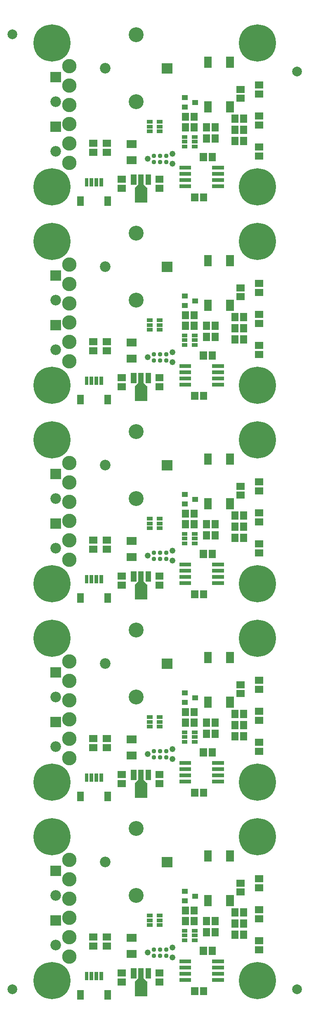
<source format=gbr>
G04 start of page 7 for group -4063 idx -4063 *
G04 Title: (unknown), componentmask *
G04 Creator: pcb 4.0.2 *
G04 CreationDate: Sun Oct 16 03:19:17 2022 UTC *
G04 For: ndholmes *
G04 Format: Gerber/RS-274X *
G04 PCB-Dimensions (mil): 3000.00 8100.00 *
G04 PCB-Coordinate-Origin: lower left *
%MOIN*%
%FSLAX25Y25*%
%LNTOPMASK*%
%ADD64C,0.0370*%
%ADD63C,0.1200*%
%ADD62C,0.0001*%
%ADD61C,0.0860*%
%ADD60C,0.1160*%
%ADD59C,0.2997*%
%ADD58C,0.0490*%
%ADD57C,0.0787*%
G54D57*X35000Y20000D03*
X265000D03*
G54D58*X144500Y49500D03*
X164500Y53500D03*
Y45500D03*
G54D59*X233000Y27000D03*
X67000D03*
G54D60*X81000Y46300D03*
G54D61*X70000Y215500D03*
G54D62*G36*
X65700Y79800D02*Y71200D01*
X74300D01*
Y79800D01*
X65700D01*
G37*
G54D61*X70000Y55500D03*
G54D62*G36*
X65700Y119800D02*Y111200D01*
X74300D01*
Y119800D01*
X65700D01*
G37*
G54D61*X70000Y95500D03*
G54D60*X81000Y284300D03*
Y268700D03*
Y253100D03*
Y237500D03*
Y221900D03*
Y124300D03*
Y108700D03*
Y93100D03*
Y77500D03*
Y61900D03*
G54D62*G36*
X65700Y719800D02*Y711200D01*
X74300D01*
Y719800D01*
X65700D01*
G37*
G54D60*X81000Y733100D03*
Y717500D03*
Y701900D03*
G54D58*X144500Y689500D03*
G54D63*X135000Y789500D03*
Y735500D03*
G54D62*G36*
X155700Y606800D02*Y598200D01*
X164300D01*
Y606800D01*
X155700D01*
G37*
G54D63*X135000Y629500D03*
G54D57*X35000Y790000D03*
G54D61*X110000Y762500D03*
G54D59*X67000Y783000D03*
G54D60*X81000Y764300D03*
Y748700D03*
G54D62*G36*
X65700Y759800D02*Y751200D01*
X74300D01*
Y759800D01*
X65700D01*
G37*
G54D61*X70000Y735500D03*
G54D60*X81000Y604300D03*
G54D57*X265000Y760000D03*
G54D62*G36*
X155700Y766800D02*Y758200D01*
X164300D01*
Y766800D01*
X155700D01*
G37*
G54D58*X164500Y693500D03*
G54D59*X233000Y783000D03*
G54D58*X164500Y685500D03*
G54D59*X233000Y667000D03*
Y507000D03*
Y463000D03*
Y623000D03*
Y347000D03*
G54D61*X70000Y695500D03*
G54D59*X67000Y667000D03*
G54D60*X81000Y686300D03*
G54D59*X67000Y623000D03*
G54D60*X81000Y588700D03*
G54D62*G36*
X65700Y599800D02*Y591200D01*
X74300D01*
Y599800D01*
X65700D01*
G37*
G54D61*X70000Y575500D03*
G54D62*G36*
X65700Y559800D02*Y551200D01*
X74300D01*
Y559800D01*
X65700D01*
G37*
G54D61*X70000Y535500D03*
G54D62*G36*
X65700Y439800D02*Y431200D01*
X74300D01*
Y439800D01*
X65700D01*
G37*
G54D61*X70000Y415500D03*
G54D59*X67000Y507000D03*
G54D60*X81000Y573100D03*
Y557500D03*
Y541900D03*
Y526300D03*
G54D59*X67000Y463000D03*
G54D60*X81000Y444300D03*
G54D61*X110000Y602500D03*
G54D58*X144500Y529500D03*
X164500Y533500D03*
G54D63*X135000Y575500D03*
G54D58*X164500Y525500D03*
G54D62*G36*
X155700Y446800D02*Y438200D01*
X164300D01*
Y446800D01*
X155700D01*
G37*
G54D61*X110000Y442500D03*
G54D63*X135000Y469500D03*
Y415500D03*
G54D60*X81000Y428700D03*
Y413100D03*
Y397500D03*
Y381900D03*
G54D62*G36*
X65700Y399800D02*Y391200D01*
X74300D01*
Y399800D01*
X65700D01*
G37*
G54D61*X70000Y375500D03*
G54D62*G36*
X65700Y239800D02*Y231200D01*
X74300D01*
Y239800D01*
X65700D01*
G37*
G36*
Y279800D02*Y271200D01*
X74300D01*
Y279800D01*
X65700D01*
G37*
G54D61*X70000Y255500D03*
G54D58*X144500Y369500D03*
G54D59*X67000Y347000D03*
G54D60*X81000Y366300D03*
G54D59*X67000Y303000D03*
Y187000D03*
G54D60*X81000Y206300D03*
G54D59*X67000Y143000D03*
G54D62*G36*
X155700Y286800D02*Y278200D01*
X164300D01*
Y286800D01*
X155700D01*
G37*
G54D61*X110000Y282500D03*
G54D58*X144500Y209500D03*
G54D63*X135000Y255500D03*
Y309500D03*
G54D58*X164500Y373500D03*
Y365500D03*
G54D62*G36*
X155700Y126800D02*Y118200D01*
X164300D01*
Y126800D01*
X155700D01*
G37*
G54D58*X164500Y213500D03*
Y205500D03*
G54D59*X233000Y187000D03*
Y303000D03*
Y143000D03*
G54D61*X110000Y122500D03*
G54D63*X135000Y149500D03*
Y95500D03*
G54D62*G36*
X231248Y399816D02*Y394098D01*
X237752D01*
Y399816D01*
X231248D01*
G37*
G36*
Y406902D02*Y401184D01*
X237752D01*
Y406902D01*
X231248D01*
G37*
G36*
X196500Y349000D02*Y346000D01*
X206000D01*
Y349000D01*
X196500D01*
G37*
G36*
Y354000D02*Y351000D01*
X206000D01*
Y354000D01*
X196500D01*
G37*
G36*
Y359000D02*Y356000D01*
X206000D01*
Y359000D01*
X196500D01*
G37*
G36*
X217816Y396252D02*X212098D01*
Y389748D01*
X217816D01*
Y396252D01*
G37*
G36*
X224902D02*X219184D01*
Y389748D01*
X224902D01*
Y396252D01*
G37*
G36*
X217816Y387252D02*X212098D01*
Y380748D01*
X217816D01*
Y387252D01*
G37*
G36*
X224902D02*X219184D01*
Y380748D01*
X224902D01*
Y387252D01*
G37*
G36*
X217773Y405252D02*X212055D01*
Y398748D01*
X217773D01*
Y405252D01*
G37*
G36*
X224859D02*X219141D01*
Y398748D01*
X224859D01*
Y405252D01*
G37*
G36*
X170000Y364000D02*Y361000D01*
X179500D01*
Y364000D01*
X170000D01*
G37*
G36*
Y359000D02*Y356000D01*
X179500D01*
Y359000D01*
X170000D01*
G37*
G36*
Y354000D02*Y351000D01*
X179500D01*
Y354000D01*
X170000D01*
G37*
G36*
Y349000D02*Y346000D01*
X179500D01*
Y349000D01*
X170000D01*
G37*
G36*
X192402Y341752D02*X186684D01*
Y335248D01*
X192402D01*
Y341752D01*
G37*
G36*
X185316D02*X179598D01*
Y335248D01*
X185316D01*
Y341752D01*
G37*
G54D64*X149500Y367000D03*
X154500D03*
X159500D03*
X149500Y372000D03*
X154500D03*
X159500D03*
G54D62*G36*
X192316Y374252D02*X186598D01*
Y367748D01*
X192316D01*
Y374252D01*
G37*
G36*
X180200Y381000D02*Y378000D01*
X184800D01*
Y381000D01*
X180200D01*
G37*
G36*
X172000D02*Y378000D01*
X176600D01*
Y381000D01*
X172000D01*
G37*
G36*
X180200Y384900D02*Y381900D01*
X184800D01*
Y384900D01*
X180200D01*
G37*
G36*
Y388800D02*Y385800D01*
X184800D01*
Y388800D01*
X180200D01*
G37*
G36*
X172000D02*Y385800D01*
X176600D01*
Y388800D01*
X172000D01*
G37*
G36*
Y384900D02*Y381900D01*
X176600D01*
Y384900D01*
X172000D01*
G37*
G36*
X177816Y406752D02*X172098D01*
Y400248D01*
X177816D01*
Y406752D01*
G37*
G36*
X184902D02*X179184D01*
Y400248D01*
X184902D01*
Y406752D01*
G37*
G36*
Y398252D02*X179184D01*
Y391748D01*
X184902D01*
Y398252D01*
G37*
G36*
X177816D02*X172098D01*
Y391748D01*
X177816D01*
Y398252D01*
G37*
G36*
X172200Y421000D02*Y417000D01*
X176800D01*
Y421000D01*
X172200D01*
G37*
G36*
Y413200D02*Y409200D01*
X176800D01*
Y413200D01*
X172200D01*
G37*
G36*
X180400Y417100D02*Y413100D01*
X185000D01*
Y417100D01*
X180400D01*
G37*
G36*
X143700Y401000D02*Y398000D01*
X148300D01*
Y401000D01*
X143700D01*
G37*
G36*
Y397100D02*Y394100D01*
X148300D01*
Y397100D01*
X143700D01*
G37*
G36*
Y393200D02*Y390200D01*
X148300D01*
Y393200D01*
X143700D01*
G37*
G36*
X151900D02*Y390200D01*
X156500D01*
Y393200D01*
X151900D01*
G37*
G36*
Y397100D02*Y394100D01*
X156500D01*
Y397100D01*
X151900D01*
G37*
G36*
Y401000D02*Y398000D01*
X156500D01*
Y401000D01*
X151900D01*
G37*
G36*
X127450Y384550D02*Y378450D01*
X135550D01*
Y384550D01*
X127450D01*
G37*
G36*
X108248Y384902D02*Y379184D01*
X114752D01*
Y384902D01*
X108248D01*
G37*
G36*
X97248D02*Y379184D01*
X103752D01*
Y384902D01*
X97248D01*
G37*
G36*
X150748Y355902D02*Y350184D01*
X157252D01*
Y355902D01*
X150748D01*
G37*
G36*
X147096Y357095D02*X142716D01*
Y348621D01*
X147096D01*
Y357095D01*
G37*
G36*
X150748Y348816D02*Y343098D01*
X157252D01*
Y348816D01*
X150748D01*
G37*
G36*
X120248D02*Y343098D01*
X126752D01*
Y348816D01*
X120248D01*
G37*
G36*
Y355902D02*Y350184D01*
X126752D01*
Y355902D01*
X120248D01*
G37*
G36*
X141190Y357095D02*X136810D01*
Y340905D01*
X141190D01*
Y357095D01*
G37*
G36*
X144025Y346386D02*X133975D01*
Y334446D01*
X144025D01*
Y346386D01*
G37*
G36*
X140885Y349350D02*X139041Y347506D01*
X142305Y344242D01*
X144149Y346086D01*
X140885Y349350D01*
G37*
G36*
X138959Y347506D02*X137115Y349350D01*
X133851Y346086D01*
X135695Y344242D01*
X138959Y347506D01*
G37*
G36*
X135284Y357095D02*X130904D01*
Y348621D01*
X135284D01*
Y357095D01*
G37*
G36*
X127450Y371550D02*Y365450D01*
X135550D01*
Y371550D01*
X127450D01*
G37*
G36*
X96599Y354107D02*X93637D01*
Y347405D01*
X96599D01*
Y354107D01*
G37*
G36*
X92662Y339343D02*X87338D01*
Y331657D01*
X92662D01*
Y339343D01*
G37*
G36*
X100536Y354107D02*X97574D01*
Y347405D01*
X100536D01*
Y354107D01*
G37*
G36*
X104473D02*X101511D01*
Y347405D01*
X104473D01*
Y354107D01*
G37*
G36*
X108410D02*X105448D01*
Y347405D01*
X108410D01*
Y354107D01*
G37*
G36*
X114709Y339343D02*X109385D01*
Y331657D01*
X114709D01*
Y339343D01*
G37*
G36*
X108248Y377816D02*Y372098D01*
X114752D01*
Y377816D01*
X108248D01*
G37*
G36*
X97248D02*Y372098D01*
X103752D01*
Y377816D01*
X97248D01*
G37*
G36*
X196500Y364000D02*Y361000D01*
X206000D01*
Y364000D01*
X196500D01*
G37*
G36*
X199402Y374252D02*X193684D01*
Y367748D01*
X199402D01*
Y374252D01*
G37*
G36*
X196150Y416000D02*X190050D01*
Y407100D01*
X196150D01*
Y416000D01*
G37*
G36*
Y451900D02*X190050D01*
Y443000D01*
X196150D01*
Y451900D01*
G37*
G36*
X201902Y398252D02*X196184D01*
Y391748D01*
X201902D01*
Y398252D01*
G37*
G36*
Y389252D02*X196184D01*
Y382748D01*
X201902D01*
Y389252D01*
G37*
G36*
X231248Y424816D02*Y419098D01*
X237752D01*
Y424816D01*
X231248D01*
G37*
G36*
Y431902D02*Y426184D01*
X237752D01*
Y431902D01*
X231248D01*
G37*
G36*
X216248Y421316D02*Y415598D01*
X222752D01*
Y421316D01*
X216248D01*
G37*
G36*
Y428402D02*Y422684D01*
X222752D01*
Y428402D01*
X216248D01*
G37*
G36*
X213950Y416000D02*X207850D01*
Y407100D01*
X213950D01*
Y416000D01*
G37*
G36*
Y451900D02*X207850D01*
Y443000D01*
X213950D01*
Y451900D01*
G37*
G36*
X194816Y398252D02*X189098D01*
Y391748D01*
X194816D01*
Y398252D01*
G37*
G36*
Y389252D02*X189098D01*
Y382748D01*
X194816D01*
Y389252D01*
G37*
G36*
X231248Y374816D02*Y369098D01*
X237752D01*
Y374816D01*
X231248D01*
G37*
G36*
Y381902D02*Y376184D01*
X237752D01*
Y381902D01*
X231248D01*
G37*
G36*
Y239816D02*Y234098D01*
X237752D01*
Y239816D01*
X231248D01*
G37*
G36*
Y246902D02*Y241184D01*
X237752D01*
Y246902D01*
X231248D01*
G37*
G36*
Y264816D02*Y259098D01*
X237752D01*
Y264816D01*
X231248D01*
G37*
G36*
Y271902D02*Y266184D01*
X237752D01*
Y271902D01*
X231248D01*
G37*
G36*
Y214816D02*Y209098D01*
X237752D01*
Y214816D01*
X231248D01*
G37*
G36*
Y221902D02*Y216184D01*
X237752D01*
Y221902D01*
X231248D01*
G37*
G36*
Y79816D02*Y74098D01*
X237752D01*
Y79816D01*
X231248D01*
G37*
G36*
Y54816D02*Y49098D01*
X237752D01*
Y54816D01*
X231248D01*
G37*
G36*
Y61902D02*Y56184D01*
X237752D01*
Y61902D01*
X231248D01*
G37*
G36*
Y86902D02*Y81184D01*
X237752D01*
Y86902D01*
X231248D01*
G37*
G36*
Y104816D02*Y99098D01*
X237752D01*
Y104816D01*
X231248D01*
G37*
G36*
Y111902D02*Y106184D01*
X237752D01*
Y111902D01*
X231248D01*
G37*
G36*
X196500Y189000D02*Y186000D01*
X206000D01*
Y189000D01*
X196500D01*
G37*
G36*
Y194000D02*Y191000D01*
X206000D01*
Y194000D01*
X196500D01*
G37*
G36*
Y199000D02*Y196000D01*
X206000D01*
Y199000D01*
X196500D01*
G37*
G36*
X192402Y181752D02*X186684D01*
Y175248D01*
X192402D01*
Y181752D01*
G37*
G36*
X196500Y204000D02*Y201000D01*
X206000D01*
Y204000D01*
X196500D01*
G37*
G36*
X201902Y238252D02*X196184D01*
Y231748D01*
X201902D01*
Y238252D01*
G37*
G36*
Y229252D02*X196184D01*
Y222748D01*
X201902D01*
Y229252D01*
G37*
G36*
Y78252D02*X196184D01*
Y71748D01*
X201902D01*
Y78252D01*
G37*
G36*
Y69252D02*X196184D01*
Y62748D01*
X201902D01*
Y69252D01*
G37*
G36*
X192316Y214252D02*X186598D01*
Y207748D01*
X192316D01*
Y214252D01*
G37*
G36*
X199402D02*X193684D01*
Y207748D01*
X199402D01*
Y214252D01*
G37*
G36*
X194816Y229252D02*X189098D01*
Y222748D01*
X194816D01*
Y229252D01*
G37*
G36*
X196150Y291900D02*X190050D01*
Y283000D01*
X196150D01*
Y291900D01*
G37*
G36*
Y96000D02*X190050D01*
Y87100D01*
X196150D01*
Y96000D01*
G37*
G36*
Y131900D02*X190050D01*
Y123000D01*
X196150D01*
Y131900D01*
G37*
G36*
X194816Y78252D02*X189098D01*
Y71748D01*
X194816D01*
Y78252D01*
G37*
G36*
Y69252D02*X189098D01*
Y62748D01*
X194816D01*
Y69252D01*
G37*
G36*
X213950Y291900D02*X207850D01*
Y283000D01*
X213950D01*
Y291900D01*
G37*
G36*
Y96000D02*X207850D01*
Y87100D01*
X213950D01*
Y96000D01*
G37*
G36*
Y131900D02*X207850D01*
Y123000D01*
X213950D01*
Y131900D01*
G37*
G36*
X217816Y227252D02*X212098D01*
Y220748D01*
X217816D01*
Y227252D01*
G37*
G36*
X216248Y261316D02*Y255598D01*
X222752D01*
Y261316D01*
X216248D01*
G37*
G36*
X213950Y256000D02*X207850D01*
Y247100D01*
X213950D01*
Y256000D01*
G37*
G36*
X216248Y268402D02*Y262684D01*
X222752D01*
Y268402D01*
X216248D01*
G37*
G36*
X217816Y236252D02*X212098D01*
Y229748D01*
X217816D01*
Y236252D01*
G37*
G36*
X224902D02*X219184D01*
Y229748D01*
X224902D01*
Y236252D01*
G37*
G36*
Y227252D02*X219184D01*
Y220748D01*
X224902D01*
Y227252D01*
G37*
G36*
X217773Y245252D02*X212055D01*
Y238748D01*
X217773D01*
Y245252D01*
G37*
G36*
X224859D02*X219141D01*
Y238748D01*
X224859D01*
Y245252D01*
G37*
G36*
X217816Y76252D02*X212098D01*
Y69748D01*
X217816D01*
Y76252D01*
G37*
G36*
X224902D02*X219184D01*
Y69748D01*
X224902D01*
Y76252D01*
G37*
G36*
X217816Y67252D02*X212098D01*
Y60748D01*
X217816D01*
Y67252D01*
G37*
G36*
X224902D02*X219184D01*
Y60748D01*
X224902D01*
Y67252D01*
G37*
G36*
X217773Y85252D02*X212055D01*
Y78748D01*
X217773D01*
Y85252D01*
G37*
G36*
X224859D02*X219141D01*
Y78748D01*
X224859D01*
Y85252D01*
G37*
G36*
X177816Y246752D02*X172098D01*
Y240248D01*
X177816D01*
Y246752D01*
G37*
G36*
X184902D02*X179184D01*
Y240248D01*
X184902D01*
Y246752D01*
G37*
G36*
Y238252D02*X179184D01*
Y231748D01*
X184902D01*
Y238252D01*
G37*
G36*
X177816D02*X172098D01*
Y231748D01*
X177816D01*
Y238252D01*
G37*
G36*
X172200Y261000D02*Y257000D01*
X176800D01*
Y261000D01*
X172200D01*
G37*
G36*
Y253200D02*Y249200D01*
X176800D01*
Y253200D01*
X172200D01*
G37*
G36*
X180400Y257100D02*Y253100D01*
X185000D01*
Y257100D01*
X180400D01*
G37*
G36*
X196150Y256000D02*X190050D01*
Y247100D01*
X196150D01*
Y256000D01*
G37*
G36*
X143700Y237100D02*Y234100D01*
X148300D01*
Y237100D01*
X143700D01*
G37*
G36*
Y233200D02*Y230200D01*
X148300D01*
Y233200D01*
X143700D01*
G37*
G36*
X151900D02*Y230200D01*
X156500D01*
Y233200D01*
X151900D01*
G37*
G36*
Y237100D02*Y234100D01*
X156500D01*
Y237100D01*
X151900D01*
G37*
G36*
Y241000D02*Y238000D01*
X156500D01*
Y241000D01*
X151900D01*
G37*
G36*
X194816Y238252D02*X189098D01*
Y231748D01*
X194816D01*
Y238252D01*
G37*
G36*
X170000Y204000D02*Y201000D01*
X179500D01*
Y204000D01*
X170000D01*
G37*
G36*
Y199000D02*Y196000D01*
X179500D01*
Y199000D01*
X170000D01*
G37*
G36*
Y194000D02*Y191000D01*
X179500D01*
Y194000D01*
X170000D01*
G37*
G36*
Y189000D02*Y186000D01*
X179500D01*
Y189000D01*
X170000D01*
G37*
G36*
X185316Y181752D02*X179598D01*
Y175248D01*
X185316D01*
Y181752D01*
G37*
G54D64*X149500Y207000D03*
Y212000D03*
X154500Y207000D03*
Y212000D03*
X159500Y207000D03*
Y212000D03*
G54D62*G36*
X180200Y221000D02*Y218000D01*
X184800D01*
Y221000D01*
X180200D01*
G37*
G36*
X172000D02*Y218000D01*
X176600D01*
Y221000D01*
X172000D01*
G37*
G36*
X180200Y224900D02*Y221900D01*
X184800D01*
Y224900D01*
X180200D01*
G37*
G36*
X172000D02*Y221900D01*
X176600D01*
Y224900D01*
X172000D01*
G37*
G36*
X180200Y228800D02*Y225800D01*
X184800D01*
Y228800D01*
X180200D01*
G37*
G36*
X172000D02*Y225800D01*
X176600D01*
Y228800D01*
X172000D01*
G37*
G36*
X150748Y195902D02*Y190184D01*
X157252D01*
Y195902D01*
X150748D01*
G37*
G36*
X147096Y197095D02*X142716D01*
Y188621D01*
X147096D01*
Y197095D01*
G37*
G36*
X150748Y188816D02*Y183098D01*
X157252D01*
Y188816D01*
X150748D01*
G37*
G36*
X120248Y195902D02*Y190184D01*
X126752D01*
Y195902D01*
X120248D01*
G37*
G36*
Y188816D02*Y183098D01*
X126752D01*
Y188816D01*
X120248D01*
G37*
G36*
X141190Y197095D02*X136810D01*
Y180905D01*
X141190D01*
Y197095D01*
G37*
G36*
X144025Y186386D02*X133975D01*
Y174446D01*
X144025D01*
Y186386D01*
G37*
G36*
X140885Y189350D02*X139041Y187506D01*
X142305Y184242D01*
X144149Y186086D01*
X140885Y189350D01*
G37*
G36*
X138959Y187506D02*X137115Y189350D01*
X133851Y186086D01*
X135695Y184242D01*
X138959Y187506D01*
G37*
G36*
X135284Y197095D02*X130904D01*
Y188621D01*
X135284D01*
Y197095D01*
G37*
G36*
X96599Y194107D02*X93637D01*
Y187405D01*
X96599D01*
Y194107D01*
G37*
G36*
X92662Y179343D02*X87338D01*
Y171657D01*
X92662D01*
Y179343D01*
G37*
G36*
X100536Y194107D02*X97574D01*
Y187405D01*
X100536D01*
Y194107D01*
G37*
G36*
X104473D02*X101511D01*
Y187405D01*
X104473D01*
Y194107D01*
G37*
G36*
X108410D02*X105448D01*
Y187405D01*
X108410D01*
Y194107D01*
G37*
G36*
X114709Y179343D02*X109385D01*
Y171657D01*
X114709D01*
Y179343D01*
G37*
G36*
X143700Y241000D02*Y238000D01*
X148300D01*
Y241000D01*
X143700D01*
G37*
G36*
X127450Y224550D02*Y218450D01*
X135550D01*
Y224550D01*
X127450D01*
G37*
G36*
Y211550D02*Y205450D01*
X135550D01*
Y211550D01*
X127450D01*
G37*
G36*
X108248Y224902D02*Y219184D01*
X114752D01*
Y224902D01*
X108248D01*
G37*
G36*
Y217816D02*Y212098D01*
X114752D01*
Y217816D01*
X108248D01*
G37*
G36*
X97248Y224902D02*Y219184D01*
X103752D01*
Y224902D01*
X97248D01*
G37*
G36*
Y217816D02*Y212098D01*
X103752D01*
Y217816D01*
X97248D01*
G37*
G36*
X196500Y29000D02*Y26000D01*
X206000D01*
Y29000D01*
X196500D01*
G37*
G36*
X192402Y21752D02*X186684D01*
Y15248D01*
X192402D01*
Y21752D01*
G37*
G36*
X185316D02*X179598D01*
Y15248D01*
X185316D01*
Y21752D01*
G37*
G36*
X196500Y34000D02*Y31000D01*
X206000D01*
Y34000D01*
X196500D01*
G37*
G36*
Y39000D02*Y36000D01*
X206000D01*
Y39000D01*
X196500D01*
G37*
G36*
Y44000D02*Y41000D01*
X206000D01*
Y44000D01*
X196500D01*
G37*
G36*
X192316Y54252D02*X186598D01*
Y47748D01*
X192316D01*
Y54252D01*
G37*
G36*
X199402D02*X193684D01*
Y47748D01*
X199402D01*
Y54252D01*
G37*
G36*
X180200Y61000D02*Y58000D01*
X184800D01*
Y61000D01*
X180200D01*
G37*
G36*
Y64900D02*Y61900D01*
X184800D01*
Y64900D01*
X180200D01*
G37*
G36*
Y68800D02*Y65800D01*
X184800D01*
Y68800D01*
X180200D01*
G37*
G36*
X177816Y86752D02*X172098D01*
Y80248D01*
X177816D01*
Y86752D01*
G37*
G36*
X184902D02*X179184D01*
Y80248D01*
X184902D01*
Y86752D01*
G37*
G36*
Y78252D02*X179184D01*
Y71748D01*
X184902D01*
Y78252D01*
G37*
G36*
X177816D02*X172098D01*
Y71748D01*
X177816D01*
Y78252D01*
G37*
G36*
X172000Y68800D02*Y65800D01*
X176600D01*
Y68800D01*
X172000D01*
G37*
G36*
Y64900D02*Y61900D01*
X176600D01*
Y64900D01*
X172000D01*
G37*
G36*
X172200Y101000D02*Y97000D01*
X176800D01*
Y101000D01*
X172200D01*
G37*
G36*
Y93200D02*Y89200D01*
X176800D01*
Y93200D01*
X172200D01*
G37*
G36*
X180400Y97100D02*Y93100D01*
X185000D01*
Y97100D01*
X180400D01*
G37*
G36*
X216248Y101316D02*Y95598D01*
X222752D01*
Y101316D01*
X216248D01*
G37*
G36*
Y108402D02*Y102684D01*
X222752D01*
Y108402D01*
X216248D01*
G37*
G36*
X143700Y77100D02*Y74100D01*
X148300D01*
Y77100D01*
X143700D01*
G37*
G36*
Y73200D02*Y70200D01*
X148300D01*
Y73200D01*
X143700D01*
G37*
G36*
X151900D02*Y70200D01*
X156500D01*
Y73200D01*
X151900D01*
G37*
G36*
Y77100D02*Y74100D01*
X156500D01*
Y77100D01*
X151900D01*
G37*
G36*
Y81000D02*Y78000D01*
X156500D01*
Y81000D01*
X151900D01*
G37*
G36*
X170000Y44000D02*Y41000D01*
X179500D01*
Y44000D01*
X170000D01*
G37*
G36*
Y39000D02*Y36000D01*
X179500D01*
Y39000D01*
X170000D01*
G37*
G36*
Y34000D02*Y31000D01*
X179500D01*
Y34000D01*
X170000D01*
G37*
G36*
Y29000D02*Y26000D01*
X179500D01*
Y29000D01*
X170000D01*
G37*
G54D64*X149500Y47000D03*
Y52000D03*
X154500Y47000D03*
Y52000D03*
X159500Y47000D03*
Y52000D03*
G54D62*G36*
X172000Y61000D02*Y58000D01*
X176600D01*
Y61000D01*
X172000D01*
G37*
G36*
X150748Y35902D02*Y30184D01*
X157252D01*
Y35902D01*
X150748D01*
G37*
G36*
X147096Y37095D02*X142716D01*
Y28621D01*
X147096D01*
Y37095D01*
G37*
G36*
X150748Y28816D02*Y23098D01*
X157252D01*
Y28816D01*
X150748D01*
G37*
G36*
X120248Y35902D02*Y30184D01*
X126752D01*
Y35902D01*
X120248D01*
G37*
G36*
Y28816D02*Y23098D01*
X126752D01*
Y28816D01*
X120248D01*
G37*
G36*
X141190Y37095D02*X136810D01*
Y20905D01*
X141190D01*
Y37095D01*
G37*
G36*
X144025Y26386D02*X133975D01*
Y14446D01*
X144025D01*
Y26386D01*
G37*
G36*
X140885Y29350D02*X139041Y27506D01*
X142305Y24242D01*
X144149Y26086D01*
X140885Y29350D01*
G37*
G36*
X138959Y27506D02*X137115Y29350D01*
X133851Y26086D01*
X135695Y24242D01*
X138959Y27506D01*
G37*
G36*
X135284Y37095D02*X130904D01*
Y28621D01*
X135284D01*
Y37095D01*
G37*
G36*
X96599Y34107D02*X93637D01*
Y27405D01*
X96599D01*
Y34107D01*
G37*
G36*
X100536D02*X97574D01*
Y27405D01*
X100536D01*
Y34107D01*
G37*
G36*
X104473D02*X101511D01*
Y27405D01*
X104473D01*
Y34107D01*
G37*
G36*
X108410D02*X105448D01*
Y27405D01*
X108410D01*
Y34107D01*
G37*
G36*
X92662Y19343D02*X87338D01*
Y11657D01*
X92662D01*
Y19343D01*
G37*
G36*
X114709D02*X109385D01*
Y11657D01*
X114709D01*
Y19343D01*
G37*
G36*
X143700Y81000D02*Y78000D01*
X148300D01*
Y81000D01*
X143700D01*
G37*
G36*
X127450Y64550D02*Y58450D01*
X135550D01*
Y64550D01*
X127450D01*
G37*
G36*
Y51550D02*Y45450D01*
X135550D01*
Y51550D01*
X127450D01*
G37*
G36*
X108248Y64902D02*Y59184D01*
X114752D01*
Y64902D01*
X108248D01*
G37*
G36*
Y57816D02*Y52098D01*
X114752D01*
Y57816D01*
X108248D01*
G37*
G36*
X97248Y64902D02*Y59184D01*
X103752D01*
Y64902D01*
X97248D01*
G37*
G36*
Y57816D02*Y52098D01*
X103752D01*
Y57816D01*
X97248D01*
G37*
G36*
X196500Y669000D02*Y666000D01*
X206000D01*
Y669000D01*
X196500D01*
G37*
G36*
X170000D02*Y666000D01*
X179500D01*
Y669000D01*
X170000D01*
G37*
G36*
X196500Y674000D02*Y671000D01*
X206000D01*
Y674000D01*
X196500D01*
G37*
G36*
X170000D02*Y671000D01*
X179500D01*
Y674000D01*
X170000D01*
G37*
G36*
X196500Y679000D02*Y676000D01*
X206000D01*
Y679000D01*
X196500D01*
G37*
G36*
Y684000D02*Y681000D01*
X206000D01*
Y684000D01*
X196500D01*
G37*
G36*
X170000D02*Y681000D01*
X179500D01*
Y684000D01*
X170000D01*
G37*
G36*
Y679000D02*Y676000D01*
X179500D01*
Y679000D01*
X170000D01*
G37*
G36*
X192402Y661752D02*X186684D01*
Y655248D01*
X192402D01*
Y661752D01*
G37*
G36*
X185316D02*X179598D01*
Y655248D01*
X185316D01*
Y661752D01*
G37*
G36*
X177816Y726752D02*X172098D01*
Y720248D01*
X177816D01*
Y726752D01*
G37*
G36*
X184902D02*X179184D01*
Y720248D01*
X184902D01*
Y726752D01*
G37*
G36*
Y718252D02*X179184D01*
Y711748D01*
X184902D01*
Y718252D01*
G37*
G36*
X177816D02*X172098D01*
Y711748D01*
X177816D01*
Y718252D01*
G37*
G36*
X143700Y721000D02*Y718000D01*
X148300D01*
Y721000D01*
X143700D01*
G37*
G36*
Y717100D02*Y714100D01*
X148300D01*
Y717100D01*
X143700D01*
G37*
G36*
Y713200D02*Y710200D01*
X148300D01*
Y713200D01*
X143700D01*
G37*
G36*
X151900D02*Y710200D01*
X156500D01*
Y713200D01*
X151900D01*
G37*
G36*
Y717100D02*Y714100D01*
X156500D01*
Y717100D01*
X151900D01*
G37*
G36*
Y721000D02*Y718000D01*
X156500D01*
Y721000D01*
X151900D01*
G37*
G36*
X150748Y675902D02*Y670184D01*
X157252D01*
Y675902D01*
X150748D01*
G37*
G36*
X147096Y677095D02*X142716D01*
Y668621D01*
X147096D01*
Y677095D01*
G37*
G36*
X150748Y668816D02*Y663098D01*
X157252D01*
Y668816D01*
X150748D01*
G37*
G36*
X120248Y675902D02*Y670184D01*
X126752D01*
Y675902D01*
X120248D01*
G37*
G36*
Y668816D02*Y663098D01*
X126752D01*
Y668816D01*
X120248D01*
G37*
G36*
X141190Y677095D02*X136810D01*
Y660905D01*
X141190D01*
Y677095D01*
G37*
G36*
X144025Y666386D02*X133975D01*
Y654446D01*
X144025D01*
Y666386D01*
G37*
G36*
X140885Y669350D02*X139041Y667506D01*
X142305Y664242D01*
X144149Y666086D01*
X140885Y669350D01*
G37*
G36*
X138959Y667506D02*X137115Y669350D01*
X133851Y666086D01*
X135695Y664242D01*
X138959Y667506D01*
G37*
G36*
X135284Y677095D02*X130904D01*
Y668621D01*
X135284D01*
Y677095D01*
G37*
G36*
X96599Y674107D02*X93637D01*
Y667405D01*
X96599D01*
Y674107D01*
G37*
G36*
X92662Y659343D02*X87338D01*
Y651657D01*
X92662D01*
Y659343D01*
G37*
G36*
X100536Y674107D02*X97574D01*
Y667405D01*
X100536D01*
Y674107D01*
G37*
G36*
X104473D02*X101511D01*
Y667405D01*
X104473D01*
Y674107D01*
G37*
G36*
X108410D02*X105448D01*
Y667405D01*
X108410D01*
Y674107D01*
G37*
G36*
X114709Y659343D02*X109385D01*
Y651657D01*
X114709D01*
Y659343D01*
G37*
G54D64*X149500Y687000D03*
X154500D03*
X159500D03*
X149500Y692000D03*
X154500D03*
X159500D03*
G54D62*G36*
X192316Y694252D02*X186598D01*
Y687748D01*
X192316D01*
Y694252D01*
G37*
G36*
X199402D02*X193684D01*
Y687748D01*
X199402D01*
Y694252D01*
G37*
G36*
X172000Y708800D02*Y705800D01*
X176600D01*
Y708800D01*
X172000D01*
G37*
G36*
Y704900D02*Y701900D01*
X176600D01*
Y704900D01*
X172000D01*
G37*
G36*
Y701000D02*Y698000D01*
X176600D01*
Y701000D01*
X172000D01*
G37*
G36*
X194816Y709252D02*X189098D01*
Y702748D01*
X194816D01*
Y709252D01*
G37*
G36*
X127450Y704550D02*Y698450D01*
X135550D01*
Y704550D01*
X127450D01*
G37*
G36*
X108248Y704902D02*Y699184D01*
X114752D01*
Y704902D01*
X108248D01*
G37*
G36*
Y697816D02*Y692098D01*
X114752D01*
Y697816D01*
X108248D01*
G37*
G36*
X97248Y704902D02*Y699184D01*
X103752D01*
Y704902D01*
X97248D01*
G37*
G36*
Y697816D02*Y692098D01*
X103752D01*
Y697816D01*
X97248D01*
G37*
G36*
X127450Y691550D02*Y685450D01*
X135550D01*
Y691550D01*
X127450D01*
G37*
G36*
X231248Y719816D02*Y714098D01*
X237752D01*
Y719816D01*
X231248D01*
G37*
G36*
Y726902D02*Y721184D01*
X237752D01*
Y726902D01*
X231248D01*
G37*
G36*
Y744816D02*Y739098D01*
X237752D01*
Y744816D01*
X231248D01*
G37*
G36*
Y751902D02*Y746184D01*
X237752D01*
Y751902D01*
X231248D01*
G37*
G36*
X216248Y741316D02*Y735598D01*
X222752D01*
Y741316D01*
X216248D01*
G37*
G36*
Y748402D02*Y742684D01*
X222752D01*
Y748402D01*
X216248D01*
G37*
G36*
X213950Y771900D02*X207850D01*
Y763000D01*
X213950D01*
Y771900D01*
G37*
G36*
X224859Y725252D02*X219141D01*
Y718748D01*
X224859D01*
Y725252D01*
G37*
G36*
X172200Y741000D02*Y737000D01*
X176800D01*
Y741000D01*
X172200D01*
G37*
G36*
Y733200D02*Y729200D01*
X176800D01*
Y733200D01*
X172200D01*
G37*
G36*
X180400Y737100D02*Y733100D01*
X185000D01*
Y737100D01*
X180400D01*
G37*
G36*
X196150Y736000D02*X190050D01*
Y727100D01*
X196150D01*
Y736000D01*
G37*
G36*
Y771900D02*X190050D01*
Y763000D01*
X196150D01*
Y771900D01*
G37*
G36*
Y611900D02*X190050D01*
Y603000D01*
X196150D01*
Y611900D01*
G37*
G36*
X231248Y694816D02*Y689098D01*
X237752D01*
Y694816D01*
X231248D01*
G37*
G36*
Y701902D02*Y696184D01*
X237752D01*
Y701902D01*
X231248D01*
G37*
G36*
X217816Y707252D02*X212098D01*
Y700748D01*
X217816D01*
Y707252D01*
G37*
G36*
X224902D02*X219184D01*
Y700748D01*
X224902D01*
Y707252D01*
G37*
G36*
X213950Y736000D02*X207850D01*
Y727100D01*
X213950D01*
Y736000D01*
G37*
G36*
X217816Y716252D02*X212098D01*
Y709748D01*
X217816D01*
Y716252D01*
G37*
G36*
X224902D02*X219184D01*
Y709748D01*
X224902D01*
Y716252D01*
G37*
G36*
X217773Y725252D02*X212055D01*
Y718748D01*
X217773D01*
Y725252D01*
G37*
G36*
X194816Y718252D02*X189098D01*
Y711748D01*
X194816D01*
Y718252D01*
G37*
G36*
X201902D02*X196184D01*
Y711748D01*
X201902D01*
Y718252D01*
G37*
G36*
X180200Y701000D02*Y698000D01*
X184800D01*
Y701000D01*
X180200D01*
G37*
G36*
Y704900D02*Y701900D01*
X184800D01*
Y704900D01*
X180200D01*
G37*
G36*
Y708800D02*Y705800D01*
X184800D01*
Y708800D01*
X180200D01*
G37*
G36*
X201902Y709252D02*X196184D01*
Y702748D01*
X201902D01*
Y709252D01*
G37*
G36*
X177816Y566752D02*X172098D01*
Y560248D01*
X177816D01*
Y566752D01*
G37*
G36*
X172200Y581000D02*Y577000D01*
X176800D01*
Y581000D01*
X172200D01*
G37*
G36*
Y573200D02*Y569200D01*
X176800D01*
Y573200D01*
X172200D01*
G37*
G36*
X184902Y566752D02*X179184D01*
Y560248D01*
X184902D01*
Y566752D01*
G37*
G36*
X180400Y577100D02*Y573100D01*
X185000D01*
Y577100D01*
X180400D01*
G37*
G36*
X184902Y558252D02*X179184D01*
Y551748D01*
X184902D01*
Y558252D01*
G37*
G36*
X177816D02*X172098D01*
Y551748D01*
X177816D01*
Y558252D01*
G37*
G36*
X172000Y548800D02*Y545800D01*
X176600D01*
Y548800D01*
X172000D01*
G37*
G36*
Y544900D02*Y541900D01*
X176600D01*
Y544900D01*
X172000D01*
G37*
G36*
Y541000D02*Y538000D01*
X176600D01*
Y541000D01*
X172000D01*
G37*
G36*
X143700Y561000D02*Y558000D01*
X148300D01*
Y561000D01*
X143700D01*
G37*
G36*
Y557100D02*Y554100D01*
X148300D01*
Y557100D01*
X143700D01*
G37*
G36*
Y553200D02*Y550200D01*
X148300D01*
Y553200D01*
X143700D01*
G37*
G36*
X151900D02*Y550200D01*
X156500D01*
Y553200D01*
X151900D01*
G37*
G36*
Y557100D02*Y554100D01*
X156500D01*
Y557100D01*
X151900D01*
G37*
G36*
Y561000D02*Y558000D01*
X156500D01*
Y561000D01*
X151900D01*
G37*
G36*
X196500Y509000D02*Y506000D01*
X206000D01*
Y509000D01*
X196500D01*
G37*
G36*
Y514000D02*Y511000D01*
X206000D01*
Y514000D01*
X196500D01*
G37*
G36*
Y519000D02*Y516000D01*
X206000D01*
Y519000D01*
X196500D01*
G37*
G36*
Y524000D02*Y521000D01*
X206000D01*
Y524000D01*
X196500D01*
G37*
G36*
X170000D02*Y521000D01*
X179500D01*
Y524000D01*
X170000D01*
G37*
G36*
Y519000D02*Y516000D01*
X179500D01*
Y519000D01*
X170000D01*
G37*
G36*
Y514000D02*Y511000D01*
X179500D01*
Y514000D01*
X170000D01*
G37*
G36*
Y509000D02*Y506000D01*
X179500D01*
Y509000D01*
X170000D01*
G37*
G36*
X192316Y534252D02*X186598D01*
Y527748D01*
X192316D01*
Y534252D01*
G37*
G36*
X199402D02*X193684D01*
Y527748D01*
X199402D01*
Y534252D01*
G37*
G36*
X192402Y501752D02*X186684D01*
Y495248D01*
X192402D01*
Y501752D01*
G37*
G36*
X185316D02*X179598D01*
Y495248D01*
X185316D01*
Y501752D01*
G37*
G54D64*X149500Y527000D03*
Y532000D03*
X154500Y527000D03*
Y532000D03*
G54D62*G36*
X150748Y515902D02*Y510184D01*
X157252D01*
Y515902D01*
X150748D01*
G37*
G36*
Y508816D02*Y503098D01*
X157252D01*
Y508816D01*
X150748D01*
G37*
G54D64*X159500Y527000D03*
Y532000D03*
G54D62*G36*
X147096Y517095D02*X142716D01*
Y508621D01*
X147096D01*
Y517095D01*
G37*
G36*
X141190D02*X136810D01*
Y500905D01*
X141190D01*
Y517095D01*
G37*
G36*
X144025Y506386D02*X133975D01*
Y494446D01*
X144025D01*
Y506386D01*
G37*
G36*
X140885Y509350D02*X139041Y507506D01*
X142305Y504242D01*
X144149Y506086D01*
X140885Y509350D01*
G37*
G36*
X138959Y507506D02*X137115Y509350D01*
X133851Y506086D01*
X135695Y504242D01*
X138959Y507506D01*
G37*
G36*
X135284Y517095D02*X130904D01*
Y508621D01*
X135284D01*
Y517095D01*
G37*
G36*
X127450Y544550D02*Y538450D01*
X135550D01*
Y544550D01*
X127450D01*
G37*
G36*
Y531550D02*Y525450D01*
X135550D01*
Y531550D01*
X127450D01*
G37*
G36*
X120248Y515902D02*Y510184D01*
X126752D01*
Y515902D01*
X120248D01*
G37*
G36*
Y508816D02*Y503098D01*
X126752D01*
Y508816D01*
X120248D01*
G37*
G36*
X108410Y514107D02*X105448D01*
Y507405D01*
X108410D01*
Y514107D01*
G37*
G36*
X96599D02*X93637D01*
Y507405D01*
X96599D01*
Y514107D01*
G37*
G36*
X100536D02*X97574D01*
Y507405D01*
X100536D01*
Y514107D01*
G37*
G36*
X104473D02*X101511D01*
Y507405D01*
X104473D01*
Y514107D01*
G37*
G36*
X92662Y499343D02*X87338D01*
Y491657D01*
X92662D01*
Y499343D01*
G37*
G36*
X114709D02*X109385D01*
Y491657D01*
X114709D01*
Y499343D01*
G37*
G36*
X108248Y544902D02*Y539184D01*
X114752D01*
Y544902D01*
X108248D01*
G37*
G36*
Y537816D02*Y532098D01*
X114752D01*
Y537816D01*
X108248D01*
G37*
G36*
X97248Y544902D02*Y539184D01*
X103752D01*
Y544902D01*
X97248D01*
G37*
G36*
Y537816D02*Y532098D01*
X103752D01*
Y537816D01*
X97248D01*
G37*
G36*
X231248Y559816D02*Y554098D01*
X237752D01*
Y559816D01*
X231248D01*
G37*
G36*
Y534816D02*Y529098D01*
X237752D01*
Y534816D01*
X231248D01*
G37*
G36*
Y541902D02*Y536184D01*
X237752D01*
Y541902D01*
X231248D01*
G37*
G36*
Y566902D02*Y561184D01*
X237752D01*
Y566902D01*
X231248D01*
G37*
G36*
Y584816D02*Y579098D01*
X237752D01*
Y584816D01*
X231248D01*
G37*
G36*
X216248Y581316D02*Y575598D01*
X222752D01*
Y581316D01*
X216248D01*
G37*
G36*
X213950Y576000D02*X207850D01*
Y567100D01*
X213950D01*
Y576000D01*
G37*
G36*
X231248Y591902D02*Y586184D01*
X237752D01*
Y591902D01*
X231248D01*
G37*
G36*
X216248Y588402D02*Y582684D01*
X222752D01*
Y588402D01*
X216248D01*
G37*
G36*
X213950Y611900D02*X207850D01*
Y603000D01*
X213950D01*
Y611900D01*
G37*
G36*
X217816Y556252D02*X212098D01*
Y549748D01*
X217816D01*
Y556252D01*
G37*
G36*
X217773Y565252D02*X212055D01*
Y558748D01*
X217773D01*
Y565252D01*
G37*
G36*
X201902Y558252D02*X196184D01*
Y551748D01*
X201902D01*
Y558252D01*
G37*
G36*
Y549252D02*X196184D01*
Y542748D01*
X201902D01*
Y549252D01*
G37*
G36*
X224902Y556252D02*X219184D01*
Y549748D01*
X224902D01*
Y556252D01*
G37*
G36*
X224859Y565252D02*X219141D01*
Y558748D01*
X224859D01*
Y565252D01*
G37*
G36*
X217816Y547252D02*X212098D01*
Y540748D01*
X217816D01*
Y547252D01*
G37*
G36*
X224902D02*X219184D01*
Y540748D01*
X224902D01*
Y547252D01*
G37*
G36*
X196150Y576000D02*X190050D01*
Y567100D01*
X196150D01*
Y576000D01*
G37*
G36*
X194816Y558252D02*X189098D01*
Y551748D01*
X194816D01*
Y558252D01*
G37*
G36*
Y549252D02*X189098D01*
Y542748D01*
X194816D01*
Y549252D01*
G37*
G36*
X180200Y541000D02*Y538000D01*
X184800D01*
Y541000D01*
X180200D01*
G37*
G36*
Y544900D02*Y541900D01*
X184800D01*
Y544900D01*
X180200D01*
G37*
G36*
Y548800D02*Y545800D01*
X184800D01*
Y548800D01*
X180200D01*
G37*
M02*

</source>
